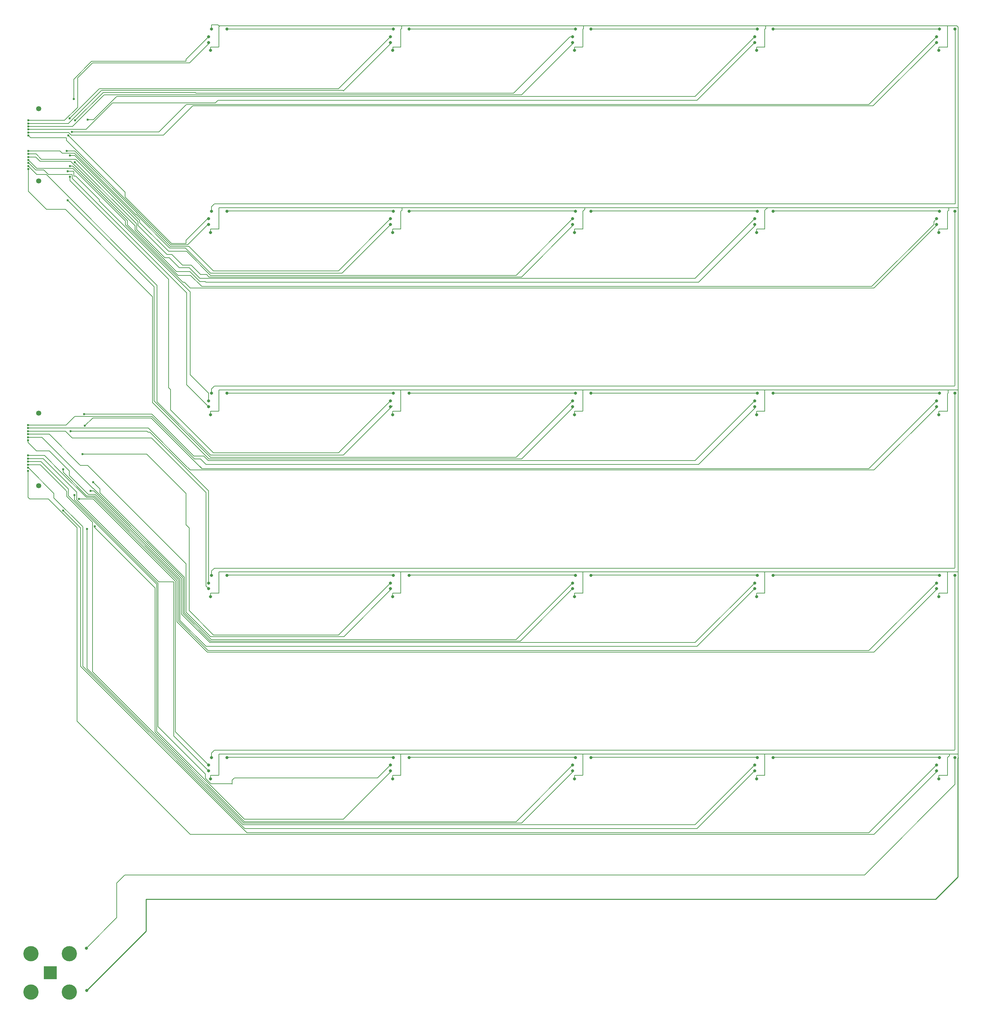
<source format=gbr>
%TF.GenerationSoftware,KiCad,Pcbnew,8.0.2-1*%
%TF.CreationDate,2024-06-21T16:09:21-04:00*%
%TF.ProjectId,OddLayers_3.0mm_SiPM,4f64644c-6179-4657-9273-5f332e306d6d,rev?*%
%TF.SameCoordinates,Original*%
%TF.FileFunction,Copper,L2,Bot*%
%TF.FilePolarity,Positive*%
%FSLAX46Y46*%
G04 Gerber Fmt 4.6, Leading zero omitted, Abs format (unit mm)*
G04 Created by KiCad (PCBNEW 8.0.2-1) date 2024-06-21 16:09:21*
%MOMM*%
%LPD*%
G01*
G04 APERTURE LIST*
%TA.AperFunction,ComponentPad*%
%ADD10C,0.800000*%
%TD*%
%TA.AperFunction,ComponentPad*%
%ADD11C,1.348000*%
%TD*%
%TA.AperFunction,ComponentPad*%
%ADD12R,3.500000X3.500000*%
%TD*%
%TA.AperFunction,ComponentPad*%
%ADD13C,4.000000*%
%TD*%
%TA.AperFunction,ViaPad*%
%ADD14C,0.800000*%
%TD*%
%TA.AperFunction,ViaPad*%
%ADD15C,0.600000*%
%TD*%
%TA.AperFunction,Conductor*%
%ADD16C,0.200000*%
%TD*%
%TA.AperFunction,Conductor*%
%ADD17C,0.250000*%
%TD*%
G04 APERTURE END LIST*
D10*
%TO.P,REF\u002A\u002A34,5*%
%TO.N,N/C*%
X296550000Y-165250000D03*
%TO.P,REF\u002A\u002A34,6*%
X300650000Y-165250000D03*
%TO.P,REF\u002A\u002A34,7*%
%TO.N,K14*%
X295800000Y-167250000D03*
%TO.P,REF\u002A\u002A34,8*%
%TO.N,A14*%
X295800000Y-168750000D03*
%TO.P,REF\u002A\u002A34,9*%
%TO.N,GND*%
X296350000Y-170850000D03*
%TD*%
%TO.P,REF\u002A\u002A40,5*%
%TO.N,N/C*%
X105350000Y-260850000D03*
%TO.P,REF\u002A\u002A40,6*%
X109450000Y-260850000D03*
%TO.P,REF\u002A\u002A40,7*%
%TO.N,K20*%
X104600000Y-262850000D03*
%TO.P,REF\u002A\u002A40,8*%
%TO.N,A20*%
X104600000Y-264350000D03*
%TO.P,REF\u002A\u002A40,9*%
%TO.N,GND*%
X105150000Y-266450000D03*
%TD*%
%TO.P,REF\u002A\u002A30,5*%
%TO.N,N/C*%
X105350000Y-165250000D03*
%TO.P,REF\u002A\u002A30,6*%
X109450000Y-165250000D03*
%TO.P,REF\u002A\u002A30,7*%
%TO.N,K10*%
X104600000Y-167250000D03*
%TO.P,REF\u002A\u002A30,8*%
%TO.N,A10*%
X104600000Y-168750000D03*
%TO.P,REF\u002A\u002A30,9*%
%TO.N,GND*%
X105150000Y-170850000D03*
%TD*%
%TO.P,REF\u002A\u002A24,5*%
%TO.N,N/C*%
X296550000Y-69650000D03*
%TO.P,REF\u002A\u002A24,6*%
X300650000Y-69650000D03*
%TO.P,REF\u002A\u002A24,7*%
%TO.N,K4*%
X295800000Y-71650000D03*
%TO.P,REF\u002A\u002A24,8*%
%TO.N,A4*%
X295800000Y-73150000D03*
%TO.P,REF\u002A\u002A24,9*%
%TO.N,GND*%
X296350000Y-75250000D03*
%TD*%
%TO.P,REF\u002A\u002A43,5*%
%TO.N,N/C*%
X248750000Y-260850000D03*
%TO.P,REF\u002A\u002A43,6*%
X252850000Y-260850000D03*
%TO.P,REF\u002A\u002A43,7*%
%TO.N,K23*%
X248000000Y-262850000D03*
%TO.P,REF\u002A\u002A43,8*%
%TO.N,A23*%
X248000000Y-264350000D03*
%TO.P,REF\u002A\u002A43,9*%
%TO.N,GND*%
X248550000Y-266450000D03*
%TD*%
%TO.P,REF\u002A\u002A38,5*%
%TO.N,N/C*%
X248750000Y-213050000D03*
%TO.P,REF\u002A\u002A38,6*%
X252850000Y-213050000D03*
%TO.P,REF\u002A\u002A38,7*%
%TO.N,K18*%
X248000000Y-215050000D03*
%TO.P,REF\u002A\u002A38,8*%
%TO.N,A18*%
X248000000Y-216550000D03*
%TO.P,REF\u002A\u002A38,9*%
%TO.N,GND*%
X248550000Y-218650000D03*
%TD*%
%TO.P,REF\u002A\u002A22,5*%
%TO.N,N/C*%
X200950000Y-69650000D03*
%TO.P,REF\u002A\u002A22,6*%
X205050000Y-69650000D03*
%TO.P,REF\u002A\u002A22,7*%
%TO.N,K2*%
X200200000Y-71650000D03*
%TO.P,REF\u002A\u002A22,8*%
%TO.N,A2*%
X200200000Y-73150000D03*
%TO.P,REF\u002A\u002A22,9*%
%TO.N,GND*%
X200750000Y-75250000D03*
%TD*%
%TO.P,REF\u002A\u002A28,5*%
%TO.N,N/C*%
X248750000Y-117450000D03*
%TO.P,REF\u002A\u002A28,6*%
X252850000Y-117450000D03*
%TO.P,REF\u002A\u002A28,7*%
%TO.N,K8*%
X248000000Y-119450000D03*
%TO.P,REF\u002A\u002A28,8*%
%TO.N,A8*%
X248000000Y-120950000D03*
%TO.P,REF\u002A\u002A28,9*%
%TO.N,GND*%
X248550000Y-123050000D03*
%TD*%
%TO.P,REF\u002A\u002A23,5*%
%TO.N,N/C*%
X248750000Y-69650000D03*
%TO.P,REF\u002A\u002A23,6*%
X252850000Y-69650000D03*
%TO.P,REF\u002A\u002A23,7*%
%TO.N,K3*%
X248000000Y-71650000D03*
%TO.P,REF\u002A\u002A23,8*%
%TO.N,A3*%
X248000000Y-73150000D03*
%TO.P,REF\u002A\u002A23,9*%
%TO.N,GND*%
X248550000Y-75250000D03*
%TD*%
%TO.P,REF\u002A\u002A32,5*%
%TO.N,N/C*%
X200950000Y-165250000D03*
%TO.P,REF\u002A\u002A32,6*%
X205050000Y-165250000D03*
%TO.P,REF\u002A\u002A32,7*%
%TO.N,K12*%
X200200000Y-167250000D03*
%TO.P,REF\u002A\u002A32,8*%
%TO.N,A12*%
X200200000Y-168750000D03*
%TO.P,REF\u002A\u002A32,9*%
%TO.N,GND*%
X200750000Y-170850000D03*
%TD*%
%TO.P,REF\u002A\u002A44,5*%
%TO.N,N/C*%
X296550000Y-260850000D03*
%TO.P,REF\u002A\u002A44,6*%
X300650000Y-260850000D03*
%TO.P,REF\u002A\u002A44,7*%
%TO.N,K24*%
X295800000Y-262850000D03*
%TO.P,REF\u002A\u002A44,8*%
%TO.N,A24*%
X295800000Y-264350000D03*
%TO.P,REF\u002A\u002A44,9*%
%TO.N,GND*%
X296350000Y-266450000D03*
%TD*%
%TO.P,REF\u002A\u002A26,5*%
%TO.N,N/C*%
X153150000Y-117450000D03*
%TO.P,REF\u002A\u002A26,6*%
X157250000Y-117450000D03*
%TO.P,REF\u002A\u002A26,7*%
%TO.N,K6*%
X152400000Y-119450000D03*
%TO.P,REF\u002A\u002A26,8*%
%TO.N,A6*%
X152400000Y-120950000D03*
%TO.P,REF\u002A\u002A26,9*%
%TO.N,GND*%
X152950000Y-123050000D03*
%TD*%
%TO.P,REF\u002A\u002A36,5*%
%TO.N,N/C*%
X153150000Y-213050000D03*
%TO.P,REF\u002A\u002A36,6*%
X157250000Y-213050000D03*
%TO.P,REF\u002A\u002A36,7*%
%TO.N,K16*%
X152400000Y-215050000D03*
%TO.P,REF\u002A\u002A36,8*%
%TO.N,A16*%
X152400000Y-216550000D03*
%TO.P,REF\u002A\u002A36,9*%
%TO.N,GND*%
X152950000Y-218650000D03*
%TD*%
%TO.P,REF\u002A\u002A20,5*%
%TO.N,GND*%
X105350000Y-69650000D03*
%TO.P,REF\u002A\u002A20,6*%
%TO.N,N/C*%
X109450000Y-69650000D03*
%TO.P,REF\u002A\u002A20,7*%
%TO.N,K0*%
X104600000Y-71650000D03*
%TO.P,REF\u002A\u002A20,8*%
%TO.N,A0*%
X104600000Y-73150000D03*
%TO.P,REF\u002A\u002A20,9*%
%TO.N,GND*%
X105150000Y-75250000D03*
%TD*%
%TO.P,REF\u002A\u002A25,5*%
%TO.N,N/C*%
X105350000Y-117450000D03*
%TO.P,REF\u002A\u002A25,6*%
X109450000Y-117450000D03*
%TO.P,REF\u002A\u002A25,7*%
%TO.N,K5*%
X104600000Y-119450000D03*
%TO.P,REF\u002A\u002A25,8*%
%TO.N,A5*%
X104600000Y-120950000D03*
%TO.P,REF\u002A\u002A25,9*%
%TO.N,GND*%
X105150000Y-123050000D03*
%TD*%
%TO.P,REF\u002A\u002A37,5*%
%TO.N,N/C*%
X200950000Y-213050000D03*
%TO.P,REF\u002A\u002A37,6*%
X205050000Y-213050000D03*
%TO.P,REF\u002A\u002A37,7*%
%TO.N,K17*%
X200200000Y-215050000D03*
%TO.P,REF\u002A\u002A37,8*%
%TO.N,A17*%
X200200000Y-216550000D03*
%TO.P,REF\u002A\u002A37,9*%
%TO.N,GND*%
X200750000Y-218650000D03*
%TD*%
%TO.P,REF\u002A\u002A31,5*%
%TO.N,N/C*%
X153150000Y-165250000D03*
%TO.P,REF\u002A\u002A31,6*%
X157250000Y-165250000D03*
%TO.P,REF\u002A\u002A31,7*%
%TO.N,K11*%
X152400000Y-167250000D03*
%TO.P,REF\u002A\u002A31,8*%
%TO.N,A11*%
X152400000Y-168750000D03*
%TO.P,REF\u002A\u002A31,9*%
%TO.N,GND*%
X152950000Y-170850000D03*
%TD*%
%TO.P,REF\u002A\u002A27,5*%
%TO.N,N/C*%
X200950000Y-117450000D03*
%TO.P,REF\u002A\u002A27,6*%
X205050000Y-117450000D03*
%TO.P,REF\u002A\u002A27,7*%
%TO.N,K7*%
X200200000Y-119450000D03*
%TO.P,REF\u002A\u002A27,8*%
%TO.N,A7*%
X200200000Y-120950000D03*
%TO.P,REF\u002A\u002A27,9*%
%TO.N,GND*%
X200750000Y-123050000D03*
%TD*%
%TO.P,REF\u002A\u002A41,5*%
%TO.N,N/C*%
X153150000Y-260850000D03*
%TO.P,REF\u002A\u002A41,6*%
X157250000Y-260850000D03*
%TO.P,REF\u002A\u002A41,7*%
%TO.N,K21*%
X152400000Y-262850000D03*
%TO.P,REF\u002A\u002A41,8*%
%TO.N,A21*%
X152400000Y-264350000D03*
%TO.P,REF\u002A\u002A41,9*%
%TO.N,GND*%
X152950000Y-266450000D03*
%TD*%
%TO.P,REF\u002A\u002A29,5*%
%TO.N,N/C*%
X296550000Y-117450000D03*
%TO.P,REF\u002A\u002A29,6*%
X300650000Y-117450000D03*
%TO.P,REF\u002A\u002A29,7*%
%TO.N,K9*%
X295800000Y-119450000D03*
%TO.P,REF\u002A\u002A29,8*%
%TO.N,A9*%
X295800000Y-120950000D03*
%TO.P,REF\u002A\u002A29,9*%
%TO.N,GND*%
X296350000Y-123050000D03*
%TD*%
%TO.P,REF\u002A\u002A21,5*%
%TO.N,N/C*%
X153150000Y-69650000D03*
%TO.P,REF\u002A\u002A21,6*%
X157250000Y-69650000D03*
%TO.P,REF\u002A\u002A21,7*%
%TO.N,K1*%
X152400000Y-71650000D03*
%TO.P,REF\u002A\u002A21,8*%
%TO.N,A1*%
X152400000Y-73150000D03*
%TO.P,REF\u002A\u002A21,9*%
%TO.N,GND*%
X152950000Y-75250000D03*
%TD*%
%TO.P,REF\u002A\u002A42,5*%
%TO.N,N/C*%
X200950000Y-260850000D03*
%TO.P,REF\u002A\u002A42,6*%
X205050000Y-260850000D03*
%TO.P,REF\u002A\u002A42,7*%
%TO.N,K22*%
X200200000Y-262850000D03*
%TO.P,REF\u002A\u002A42,8*%
%TO.N,A22*%
X200200000Y-264350000D03*
%TO.P,REF\u002A\u002A42,9*%
%TO.N,GND*%
X200750000Y-266450000D03*
%TD*%
%TO.P,REF\u002A\u002A35,5*%
%TO.N,N/C*%
X105350000Y-213050000D03*
%TO.P,REF\u002A\u002A35,6*%
X109450000Y-213050000D03*
%TO.P,REF\u002A\u002A35,7*%
%TO.N,K15*%
X104600000Y-215050000D03*
%TO.P,REF\u002A\u002A35,8*%
%TO.N,A15*%
X104600000Y-216550000D03*
%TO.P,REF\u002A\u002A35,9*%
%TO.N,GND*%
X105150000Y-218650000D03*
%TD*%
%TO.P,REF\u002A\u002A39,5*%
%TO.N,N/C*%
X296550000Y-213050000D03*
%TO.P,REF\u002A\u002A39,6*%
X300650000Y-213050000D03*
%TO.P,REF\u002A\u002A39,7*%
%TO.N,K19*%
X295800000Y-215050000D03*
%TO.P,REF\u002A\u002A39,8*%
%TO.N,A19*%
X295800000Y-216550000D03*
%TO.P,REF\u002A\u002A39,9*%
%TO.N,GND*%
X296350000Y-218650000D03*
%TD*%
%TO.P,REF\u002A\u002A33,5*%
%TO.N,N/C*%
X248750000Y-165250000D03*
%TO.P,REF\u002A\u002A33,6*%
X252850000Y-165250000D03*
%TO.P,REF\u002A\u002A33,7*%
%TO.N,K13*%
X248000000Y-167250000D03*
%TO.P,REF\u002A\u002A33,8*%
%TO.N,A13*%
X248000000Y-168750000D03*
%TO.P,REF\u002A\u002A33,9*%
%TO.N,GND*%
X248550000Y-170850000D03*
%TD*%
D11*
%TO.P,REF\u002A\u002A,S1*%
%TO.N,N/C*%
X60000000Y-90505000D03*
%TO.P,REF\u002A\u002A,S2*%
X60000000Y-109495000D03*
%TD*%
%TO.P,REF\u002A\u002A,S1*%
%TO.N,N/C*%
X60000000Y-170505000D03*
%TO.P,REF\u002A\u002A,S2*%
X60000000Y-189495000D03*
%TD*%
D12*
%TO.P,LEDs,1*%
%TO.N,N/C*%
X63000000Y-317400000D03*
D13*
%TO.P,LEDs,2*%
%TO.N,GND*%
X57975000Y-322425000D03*
X68025000Y-322425000D03*
X57975000Y-312375000D03*
X68025000Y-312375000D03*
%TD*%
D14*
%TO.N,*%
X72500000Y-310900000D03*
%TO.N,GND*%
X72600000Y-322000000D03*
D15*
%TO.N,K0*%
X69200000Y-88000000D03*
%TO.N,A0*%
X57250000Y-93600000D03*
%TO.N,K1*%
X68124265Y-93124265D03*
%TO.N,A1*%
X57250000Y-94400000D03*
%TO.N,K2*%
X69600000Y-93600000D03*
%TO.N,A2*%
X57250000Y-95200000D03*
%TO.N,K3*%
X72900000Y-93400000D03*
%TO.N,A3*%
X57250000Y-96000000D03*
%TO.N,K4*%
X68700000Y-96600000D03*
%TO.N,A4*%
X57250000Y-96800000D03*
%TO.N,K5*%
X67800000Y-97600000D03*
%TO.N,A5*%
X57250000Y-97600000D03*
%TO.N,K6*%
X67400000Y-101600000D03*
%TO.N,A6*%
X57250000Y-101600000D03*
%TO.N,K7*%
X68200000Y-102800000D03*
%TO.N,A7*%
X57250000Y-102400000D03*
%TO.N,K8*%
X69500000Y-104600000D03*
%TO.N,A8*%
X57250000Y-103200000D03*
%TO.N,K9*%
X68200000Y-105600000D03*
%TO.N,A9*%
X57250000Y-104000000D03*
%TO.N,A10*%
X57250000Y-104800000D03*
%TO.N,K10*%
X67600000Y-107000000D03*
%TO.N,A11*%
X57250000Y-105600000D03*
%TO.N,K11*%
X68200000Y-108400000D03*
%TO.N,A12*%
X57250000Y-106400000D03*
%TO.N,K12*%
X67600000Y-114600000D03*
%TO.N,K14*%
X72100000Y-173800000D03*
%TO.N,A14*%
X57200000Y-174400000D03*
%TO.N,K13*%
X71900000Y-170700000D03*
%TO.N,A13*%
X57200000Y-173600000D03*
%TO.N,K15*%
X68400000Y-175200000D03*
%TO.N,A15*%
X57200000Y-175200000D03*
%TO.N,K16*%
X71500000Y-181200000D03*
%TO.N,A16*%
X57200000Y-176000000D03*
%TO.N,K17*%
X74300000Y-188600000D03*
%TO.N,A17*%
X57200000Y-176800000D03*
%TO.N,K18*%
X73600000Y-190900000D03*
%TO.N,A18*%
X57200000Y-177600000D03*
%TO.N,K19*%
X66400000Y-185200000D03*
%TO.N,A19*%
X57200000Y-181600000D03*
%TO.N,K20*%
X70600000Y-193000000D03*
%TO.N,A20*%
X57200000Y-182400000D03*
%TO.N,K21*%
X69400000Y-192000000D03*
%TO.N,A21*%
X57200000Y-183200000D03*
%TO.N,K22*%
X74700000Y-200150000D03*
%TO.N,A22*%
X57200000Y-184000000D03*
%TO.N,K23*%
X72723904Y-200824274D03*
%TO.N,A23*%
X57200000Y-184800000D03*
%TO.N,K24*%
X66400000Y-196000000D03*
%TO.N,A24*%
X57200000Y-185600000D03*
%TD*%
D16*
%TO.N,*%
X300650000Y-260850000D02*
X300650000Y-267950000D01*
X300650000Y-267950000D02*
X276900000Y-291700000D01*
X276900000Y-291700000D02*
X82600000Y-291700000D01*
X82600000Y-291700000D02*
X80500000Y-293800000D01*
X80500000Y-293800000D02*
X80500000Y-302900000D01*
X80500000Y-302900000D02*
X72500000Y-310900000D01*
%TO.N,GND*%
X250700000Y-259950000D02*
X299200000Y-259950000D01*
X299200000Y-259950000D02*
X301500000Y-259950000D01*
X298700000Y-260900000D02*
X299200000Y-260400000D01*
X299200000Y-260400000D02*
X299200000Y-259950000D01*
X248550000Y-266450000D02*
X248550000Y-265550000D01*
X250700000Y-265500000D02*
X250700000Y-259950000D01*
X248550000Y-265550000D02*
X250650000Y-265550000D01*
X250650000Y-265550000D02*
X250700000Y-265500000D01*
X202900000Y-265500000D02*
X202900000Y-259950000D01*
X202900000Y-259950000D02*
X250900000Y-259950000D01*
X155100000Y-265500000D02*
X155100000Y-259950000D01*
X155100000Y-259950000D02*
X203100000Y-259950000D01*
X155300000Y-259950000D02*
X107300000Y-259950000D01*
X107300000Y-259950000D02*
X107300000Y-265500000D01*
X107300000Y-217700000D02*
X107300000Y-212150000D01*
X107300000Y-212150000D02*
X155300000Y-212150000D01*
X105150000Y-218650000D02*
X105150000Y-217750000D01*
X152950000Y-218650000D02*
X152950000Y-217750000D01*
X155100000Y-217700000D02*
X155100000Y-212150000D01*
X155100000Y-212150000D02*
X203100000Y-212150000D01*
X200750000Y-218650000D02*
X200750000Y-217750000D01*
X250900000Y-212150000D02*
X202900000Y-212150000D01*
X202900000Y-212150000D02*
X202900000Y-217700000D01*
X250700000Y-217700000D02*
X250700000Y-212150000D01*
X250700000Y-212150000D02*
X298700000Y-212150000D01*
X248550000Y-218650000D02*
X248550000Y-217750000D01*
X296400000Y-217750000D02*
X298650000Y-217750000D01*
X298650000Y-217750000D02*
X298700000Y-217700000D01*
X298700000Y-217700000D02*
X298700000Y-212150000D01*
X296350000Y-217750000D02*
X296400000Y-217750000D01*
X296350000Y-218650000D02*
X296350000Y-217800000D01*
X296350000Y-217800000D02*
X296400000Y-217750000D01*
X296350000Y-170850000D02*
X296350000Y-169950000D01*
X250700000Y-164350000D02*
X298800000Y-164350000D01*
X298800000Y-164350000D02*
X301500000Y-164350000D01*
X298700000Y-165300000D02*
X298800000Y-165200000D01*
X298800000Y-165200000D02*
X298800000Y-164350000D01*
X248550000Y-170850000D02*
X248550000Y-169950000D01*
X248550000Y-169950000D02*
X250650000Y-169950000D01*
X250700000Y-169900000D02*
X250700000Y-164350000D01*
X250650000Y-169950000D02*
X250700000Y-169900000D01*
X202900000Y-169900000D02*
X202900000Y-164350000D01*
X202900000Y-164350000D02*
X250900000Y-164350000D01*
X200750000Y-170850000D02*
X200750000Y-169950000D01*
X155100000Y-169900000D02*
X155100000Y-164350000D01*
X155100000Y-164350000D02*
X203100000Y-164350000D01*
X152950000Y-170850000D02*
X152950000Y-169950000D01*
X155300000Y-164350000D02*
X107300000Y-164350000D01*
X107300000Y-164350000D02*
X107300000Y-169900000D01*
X105150000Y-170850000D02*
X105150000Y-169950000D01*
X107300000Y-122100000D02*
X107300000Y-116550000D01*
X107300000Y-116550000D02*
X155300000Y-116550000D01*
X105150000Y-123050000D02*
X105150000Y-122150000D01*
X152950000Y-122150000D02*
X152950000Y-123050000D01*
X203100000Y-116550000D02*
X155400000Y-116550000D01*
X155100000Y-117500000D02*
X155400000Y-117200000D01*
X155400000Y-116550000D02*
X155100000Y-116550000D01*
X155400000Y-117200000D02*
X155400000Y-116550000D01*
X250900000Y-116550000D02*
X203400000Y-116550000D01*
X203400000Y-116550000D02*
X202900000Y-116550000D01*
X202900000Y-117500000D02*
X203400000Y-117000000D01*
X203400000Y-117000000D02*
X203400000Y-116550000D01*
X200750000Y-123050000D02*
X200750000Y-122150000D01*
X298700000Y-116550000D02*
X251400000Y-116550000D01*
X251400000Y-116550000D02*
X250700000Y-116550000D01*
X250700000Y-122100000D02*
X250700000Y-117250000D01*
X250700000Y-117250000D02*
X251400000Y-116550000D01*
X248550000Y-122150000D02*
X248550000Y-123050000D01*
X301500000Y-116550000D02*
X299000000Y-116550000D01*
X299000000Y-116550000D02*
X298700000Y-116550000D01*
X298700000Y-117500000D02*
X299000000Y-117200000D01*
X299000000Y-117200000D02*
X299000000Y-116550000D01*
X296350000Y-122150000D02*
X296350000Y-123050000D01*
X298700000Y-68750000D02*
X301150000Y-68750000D01*
X301150000Y-68750000D02*
X301500000Y-69100000D01*
X301500000Y-69100000D02*
X301500000Y-260900000D01*
X296350000Y-75250000D02*
X296350000Y-74350000D01*
X296350000Y-74350000D02*
X298650000Y-74350000D01*
X298650000Y-74350000D02*
X298700000Y-74300000D01*
X298700000Y-74300000D02*
X298700000Y-68750000D01*
X250700000Y-69700000D02*
X250900000Y-69500000D01*
X250900000Y-69500000D02*
X250900000Y-68750000D01*
X248550000Y-74350000D02*
X248550000Y-75250000D01*
X105150000Y-75250000D02*
X105150000Y-74350000D01*
X153000000Y-74350000D02*
X152950000Y-74350000D01*
X153000000Y-75200000D02*
X152950000Y-75250000D01*
X155050000Y-74350000D02*
X153000000Y-74350000D01*
X153000000Y-74350000D02*
X153000000Y-75200000D01*
X200750000Y-74350000D02*
X200750000Y-75250000D01*
X202900000Y-69700000D02*
X203100000Y-69500000D01*
X203100000Y-69500000D02*
X203100000Y-68750000D01*
X155100000Y-69700000D02*
X155300000Y-69500000D01*
X155300000Y-69500000D02*
X155300000Y-68750000D01*
X155300000Y-68750000D02*
X107600000Y-68750000D01*
X107600000Y-68750000D02*
X107300000Y-68750000D01*
X107300000Y-69050000D02*
X107600000Y-68750000D01*
X107300000Y-74300000D02*
X107300000Y-69050000D01*
X105350000Y-68500000D02*
X107050000Y-68500000D01*
X107050000Y-68500000D02*
X107300000Y-68750000D01*
X296350000Y-265550000D02*
X296350000Y-266450000D01*
X200750000Y-265550000D02*
X200750000Y-266450000D01*
X152950000Y-265550000D02*
X152950000Y-266450000D01*
X105150000Y-266450000D02*
X105150000Y-265550000D01*
%TO.N,K21*%
X110767157Y-267767157D02*
X110800000Y-267800000D01*
X103805025Y-266339339D02*
X105232843Y-267767157D01*
X105232843Y-267767157D02*
X110767157Y-267767157D01*
X91345587Y-252735537D02*
X103805025Y-265194975D01*
X111400000Y-266250000D02*
X149000000Y-266250000D01*
X110800000Y-266850000D02*
X111400000Y-266250000D01*
X103805025Y-265194975D02*
X103805025Y-266339339D01*
X110800000Y-267800000D02*
X110800000Y-266850000D01*
%TO.N,*%
X106100000Y-211150000D02*
X300500000Y-211150000D01*
X109450000Y-260800000D02*
X153150000Y-260800000D01*
X205050000Y-69600000D02*
X248750000Y-69600000D01*
X300650000Y-117400000D02*
X300650000Y-163200000D01*
X106100000Y-163350000D02*
X300500000Y-163350000D01*
X109450000Y-165200000D02*
X153150000Y-165200000D01*
X157250000Y-117400000D02*
X200950000Y-117400000D01*
X300700000Y-115550000D02*
X106100000Y-115550000D01*
X252850000Y-117400000D02*
X296550000Y-117400000D01*
X157250000Y-260800000D02*
X200950000Y-260800000D01*
X109450000Y-213000000D02*
X153150000Y-213000000D01*
X252850000Y-260800000D02*
X296550000Y-260800000D01*
X205050000Y-117400000D02*
X248750000Y-117400000D01*
X105350000Y-165200000D02*
X105350000Y-164100000D01*
X157250000Y-213000000D02*
X200950000Y-213000000D01*
X252850000Y-165200000D02*
X296550000Y-165200000D01*
X105350000Y-260800000D02*
X105350000Y-259700000D01*
X252850000Y-69600000D02*
X296550000Y-69600000D01*
X105350000Y-211900000D02*
X106100000Y-211150000D01*
X105350000Y-213000000D02*
X105350000Y-211900000D01*
X205050000Y-260800000D02*
X248750000Y-260800000D01*
X300650000Y-211000000D02*
X300500000Y-211150000D01*
X105350000Y-164100000D02*
X106100000Y-163350000D01*
X105350000Y-116300000D02*
X105350000Y-117400000D01*
X300700000Y-69650000D02*
X300700000Y-115550000D01*
X205050000Y-213000000D02*
X248750000Y-213000000D01*
X300650000Y-213000000D02*
X300650000Y-258800000D01*
X109450000Y-69600000D02*
X153150000Y-69600000D01*
X300650000Y-163200000D02*
X300500000Y-163350000D01*
X105350000Y-259700000D02*
X106100000Y-258950000D01*
X300650000Y-258800000D02*
X300500000Y-258950000D01*
X300650000Y-165200000D02*
X300650000Y-211000000D01*
X300650000Y-69600000D02*
X300700000Y-69650000D01*
X106100000Y-258950000D02*
X300500000Y-258950000D01*
X157250000Y-69600000D02*
X200950000Y-69600000D01*
X157250000Y-165200000D02*
X200950000Y-165200000D01*
X109450000Y-117400000D02*
X153150000Y-117400000D01*
X106100000Y-115550000D02*
X105350000Y-116300000D01*
X252850000Y-213000000D02*
X296550000Y-213000000D01*
X205050000Y-165200000D02*
X248750000Y-165200000D01*
%TO.N,GND*%
X298650000Y-169950000D02*
X298700000Y-169900000D01*
X298700000Y-122100000D02*
X298700000Y-117500000D01*
D17*
X88200000Y-298100000D02*
X295500000Y-298100000D01*
D16*
X250650000Y-122150000D02*
X248550000Y-122150000D01*
X155050000Y-122150000D02*
X152950000Y-122150000D01*
X250700000Y-69700000D02*
X250700000Y-74300000D01*
X202850000Y-74350000D02*
X200750000Y-74350000D01*
D17*
X301375000Y-292225000D02*
X301375000Y-261025000D01*
D16*
X155050000Y-217750000D02*
X152950000Y-217750000D01*
X202900000Y-69700000D02*
X202900000Y-74300000D01*
X203100000Y-68750000D02*
X155100000Y-68750000D01*
X301500000Y-212150000D02*
X298700000Y-212150000D01*
X105350000Y-69600000D02*
X105350000Y-68500000D01*
X107250000Y-169950000D02*
X105150000Y-169950000D01*
D17*
X295500000Y-298100000D02*
X301375000Y-292225000D01*
D16*
X298700000Y-265500000D02*
X298700000Y-260900000D01*
X107250000Y-217750000D02*
X105150000Y-217750000D01*
X107250000Y-122150000D02*
X105150000Y-122150000D01*
X155100000Y-69700000D02*
X155100000Y-74300000D01*
X155100000Y-117500000D02*
X155100000Y-122100000D01*
D17*
X88200000Y-306400000D02*
X72600000Y-322000000D01*
X88200000Y-298100000D02*
X88200000Y-306400000D01*
D16*
X298650000Y-265550000D02*
X298700000Y-265500000D01*
X250650000Y-217750000D02*
X248550000Y-217750000D01*
X296350000Y-122150000D02*
X298650000Y-122150000D01*
X298700000Y-169900000D02*
X298700000Y-165300000D01*
X202900000Y-117500000D02*
X202900000Y-122100000D01*
X202850000Y-122150000D02*
X200750000Y-122150000D01*
X202850000Y-217750000D02*
X200750000Y-217750000D01*
D17*
X301375000Y-261025000D02*
X301500000Y-260900000D01*
D16*
X298650000Y-122150000D02*
X298700000Y-122100000D01*
X107250000Y-265550000D02*
X105150000Y-265550000D01*
X202850000Y-169950000D02*
X200750000Y-169950000D01*
X296350000Y-265550000D02*
X298650000Y-265550000D01*
X155050000Y-169950000D02*
X152950000Y-169950000D01*
X250650000Y-74350000D02*
X248550000Y-74350000D01*
X107250000Y-74350000D02*
X105150000Y-74350000D01*
X155050000Y-265550000D02*
X152950000Y-265550000D01*
X202850000Y-265550000D02*
X200750000Y-265550000D01*
X296350000Y-169950000D02*
X298650000Y-169950000D01*
X250700000Y-74300000D02*
X250650000Y-74350000D01*
X250900000Y-68750000D02*
X202900000Y-68750000D01*
X298700000Y-68750000D02*
X250700000Y-68750000D01*
%TO.N,K0*%
X73900000Y-78100000D02*
X69200000Y-82800000D01*
X104600000Y-71650000D02*
X98700000Y-77550000D01*
X98700000Y-77550000D02*
X98700000Y-78100000D01*
X69200000Y-82800000D02*
X69200000Y-88000000D01*
X98700000Y-78100000D02*
X73900000Y-78100000D01*
%TO.N,A0*%
X70200000Y-90200000D02*
X70200000Y-82400000D01*
X104600000Y-73500000D02*
X99600000Y-78500000D01*
X99600000Y-78500000D02*
X74100000Y-78500000D01*
X70200000Y-82400000D02*
X74100000Y-78500000D01*
X70200000Y-90200000D02*
X66800000Y-93600000D01*
X104600000Y-73150000D02*
X104600000Y-73500000D01*
X66800000Y-93600000D02*
X57250000Y-93600000D01*
%TO.N,K1*%
X75948530Y-85300000D02*
X68124265Y-93124265D01*
X152400000Y-71650000D02*
X138750000Y-85300000D01*
X138750000Y-85300000D02*
X75948530Y-85300000D01*
%TO.N,A1*%
X140000000Y-85900000D02*
X152400000Y-73500000D01*
X57250000Y-94400000D02*
X67765686Y-94400000D01*
X152400000Y-73500000D02*
X152400000Y-73150000D01*
X139800000Y-85700000D02*
X140000000Y-85900000D01*
X67765686Y-94400000D02*
X76465686Y-85700000D01*
X76465686Y-85700000D02*
X139800000Y-85700000D01*
%TO.N,K2*%
X76900000Y-86300000D02*
X69600000Y-93600000D01*
X200200000Y-71650000D02*
X199550000Y-71650000D01*
X101300000Y-86500000D02*
X101100000Y-86300000D01*
X199550000Y-71650000D02*
X184700000Y-86500000D01*
X101100000Y-86300000D02*
X76900000Y-86300000D01*
X184700000Y-86500000D02*
X101300000Y-86500000D01*
%TO.N,A2*%
X200200000Y-73150000D02*
X200200000Y-73500000D01*
X68848529Y-95200000D02*
X57250000Y-95200000D01*
X77148529Y-86900000D02*
X68848529Y-95200000D01*
X186800000Y-86900000D02*
X77148529Y-86900000D01*
X200200000Y-73500000D02*
X186800000Y-86900000D01*
%TO.N,K3*%
X232350000Y-87300000D02*
X248000000Y-71650000D01*
X72900000Y-93400000D02*
X74400000Y-93400000D01*
X74400000Y-93400000D02*
X80500000Y-87300000D01*
X80500000Y-87300000D02*
X232350000Y-87300000D01*
%TO.N,A3*%
X248000000Y-73150000D02*
X248000000Y-73200000D01*
X79400000Y-89000000D02*
X72400000Y-96000000D01*
X106400000Y-89000000D02*
X79400000Y-89000000D01*
X232900000Y-88300000D02*
X107100000Y-88300000D01*
X248000000Y-73200000D02*
X232900000Y-88300000D01*
X107100000Y-88300000D02*
X106400000Y-89000000D01*
X248200000Y-72950000D02*
X248000000Y-73150000D01*
X72400000Y-96000000D02*
X57250000Y-96000000D01*
%TO.N,K4*%
X68700000Y-96600000D02*
X91600000Y-96600000D01*
X98800000Y-89400000D02*
X278000000Y-89400000D01*
X91600000Y-96600000D02*
X98800000Y-89400000D01*
X295750000Y-71650000D02*
X295800000Y-71650000D01*
X278000000Y-89400000D02*
X295750000Y-71650000D01*
%TO.N,A4*%
X92800000Y-97500000D02*
X68548529Y-97500000D01*
X279150000Y-89800000D02*
X100500000Y-89800000D01*
X100500000Y-89800000D02*
X92800000Y-97500000D01*
X68548529Y-97500000D02*
X67848529Y-96800000D01*
X67848529Y-96800000D02*
X57250000Y-96800000D01*
X295800000Y-73150000D02*
X279150000Y-89800000D01*
%TO.N,K5*%
X98700000Y-125900000D02*
X94900000Y-125900000D01*
X98700000Y-125100000D02*
X98700000Y-125900000D01*
X94900000Y-125900000D02*
X82700000Y-113700000D01*
X104350000Y-119450000D02*
X98700000Y-125100000D01*
X104600000Y-119450000D02*
X104350000Y-119450000D01*
X67800000Y-97600000D02*
X82700000Y-112500000D01*
X82700000Y-112500000D02*
X82700000Y-113700000D01*
%TO.N,A5*%
X57850000Y-98200000D02*
X57250000Y-97600000D01*
X67300000Y-98200000D02*
X67300000Y-98865686D01*
X104465686Y-120950000D02*
X104600000Y-120950000D01*
X67300000Y-98865686D02*
X94734314Y-126300000D01*
X67300000Y-98200000D02*
X57850000Y-98200000D01*
X99115686Y-126300000D02*
X104465686Y-120950000D01*
X94734314Y-126300000D02*
X99115686Y-126300000D01*
%TO.N,K6*%
X67400000Y-101600000D02*
X69468628Y-101600000D01*
X99281372Y-126700000D02*
X94568628Y-126700000D01*
X94568628Y-126700000D02*
X85768628Y-117900000D01*
X152400000Y-119450000D02*
X138750000Y-133100000D01*
X69468628Y-101600000D02*
X85884314Y-118015686D01*
X105900000Y-133100000D02*
X99390686Y-126590686D01*
X99390686Y-126590686D02*
X99281372Y-126700000D01*
X138750000Y-133100000D02*
X105900000Y-133100000D01*
%TO.N,A6*%
X105100000Y-133700000D02*
X98500000Y-127100000D01*
X94402942Y-127100000D02*
X85701471Y-118398529D01*
X66200000Y-102200000D02*
X65600000Y-101600000D01*
X98500000Y-127100000D02*
X94402942Y-127100000D01*
X152600000Y-120750000D02*
X139650000Y-133700000D01*
X65600000Y-101600000D02*
X57250000Y-101600000D01*
X69400000Y-102200000D02*
X66200000Y-102200000D01*
X139650000Y-133700000D02*
X105100000Y-133700000D01*
X85598529Y-118398529D02*
X69400000Y-102200000D01*
X85701471Y-118398529D02*
X85598529Y-118398529D01*
X85701471Y-118398529D02*
X85602942Y-118300000D01*
%TO.N,K7*%
X105134314Y-134300000D02*
X98817157Y-127982843D01*
X69434314Y-102800000D02*
X68200000Y-102800000D01*
X200200000Y-119450000D02*
X185350000Y-134300000D01*
X185350000Y-134300000D02*
X105134314Y-134300000D01*
X98817157Y-127982843D02*
X94082843Y-127982843D01*
X86500000Y-119865686D02*
X69434314Y-102800000D01*
X86500000Y-120400000D02*
X86500000Y-119865686D01*
X94082843Y-127982843D02*
X86500000Y-120400000D01*
%TO.N,A7*%
X60698529Y-103800000D02*
X59298529Y-102400000D01*
X104700000Y-134700000D02*
X104100000Y-134100000D01*
X200200000Y-120950000D02*
X200200000Y-121300000D01*
X104100000Y-134100000D02*
X102500000Y-134100000D01*
X186800000Y-134700000D02*
X104700000Y-134700000D01*
X102500000Y-134100000D02*
X100017157Y-131617157D01*
X86100000Y-121217157D02*
X86100000Y-120200000D01*
X100017157Y-131617157D02*
X97782843Y-131617157D01*
X69700000Y-103800000D02*
X60698529Y-103800000D01*
X200200000Y-121300000D02*
X186800000Y-134700000D01*
X86100000Y-120200000D02*
X69700000Y-103800000D01*
X93700000Y-128817157D02*
X86100000Y-121217157D01*
X94982843Y-128817157D02*
X93700000Y-128817157D01*
X59298529Y-102400000D02*
X57250000Y-102400000D01*
X97782843Y-131617157D02*
X94982843Y-128817157D01*
%TO.N,K8*%
X248000000Y-119450000D02*
X232350000Y-135100000D01*
X96900000Y-132300000D02*
X94300000Y-129700000D01*
X99500000Y-132300000D02*
X96900000Y-132300000D01*
X232350000Y-135100000D02*
X102300000Y-135100000D01*
X94300000Y-129700000D02*
X93100000Y-129700000D01*
X85700000Y-122300000D02*
X85700000Y-120800000D01*
X102300000Y-135100000D02*
X99500000Y-132300000D01*
X93100000Y-129700000D02*
X85700000Y-122300000D01*
X85700000Y-120800000D02*
X69500000Y-104600000D01*
%TO.N,A8*%
X103900000Y-136100000D02*
X233300000Y-136100000D01*
X85300000Y-121300000D02*
X85300000Y-122465686D01*
X59200000Y-103200000D02*
X60351471Y-104351471D01*
X102300000Y-135900000D02*
X103700000Y-135900000D01*
X85300000Y-122465686D02*
X96134314Y-133300000D01*
X233300000Y-136100000D02*
X248000000Y-121400000D01*
X103700000Y-135900000D02*
X103900000Y-136100000D01*
X68351471Y-104351471D02*
X85300000Y-121300000D01*
X57250000Y-103200000D02*
X59200000Y-103200000D01*
X96134314Y-133300000D02*
X99700000Y-133300000D01*
X99700000Y-133300000D02*
X102300000Y-135900000D01*
X248000000Y-121400000D02*
X248000000Y-120950000D01*
X60351471Y-104351471D02*
X68351471Y-104351471D01*
%TO.N,K9*%
X83300000Y-119900000D02*
X69000000Y-105600000D01*
X295100000Y-120900000D02*
X278800000Y-137200000D01*
X83300000Y-121031372D02*
X83300000Y-119900000D01*
X102800000Y-137200000D02*
X99900000Y-134300000D01*
X99900000Y-134300000D02*
X96568628Y-134300000D01*
X295800000Y-119450000D02*
X295100000Y-120150000D01*
X295100000Y-120150000D02*
X295100000Y-120900000D01*
X69000000Y-105600000D02*
X68200000Y-105600000D01*
X278800000Y-137200000D02*
X102800000Y-137200000D01*
X96568628Y-134300000D02*
X83300000Y-121031372D01*
%TO.N,A9*%
X82765685Y-121062743D02*
X97802942Y-136100000D01*
X97802942Y-136100000D02*
X98300000Y-136100000D01*
X57298529Y-104000000D02*
X57250000Y-104000000D01*
X99800000Y-137600000D02*
X98300000Y-136100000D01*
X295800000Y-120950000D02*
X295800000Y-121200000D01*
X82765685Y-120000000D02*
X68965685Y-106200000D01*
X59498529Y-106200000D02*
X57298529Y-104000000D01*
X68965685Y-106200000D02*
X59498529Y-106200000D01*
X82765685Y-120000000D02*
X82765685Y-121062743D01*
X279400000Y-137600000D02*
X99800000Y-137600000D01*
X295800000Y-121200000D02*
X279400000Y-137600000D01*
%TO.N,A10*%
X68800000Y-107800000D02*
X62565686Y-107800000D01*
X61365686Y-106600000D02*
X59200000Y-106600000D01*
X98875000Y-163025000D02*
X98875000Y-138875000D01*
X59200000Y-106600000D02*
X57400000Y-104800000D01*
X62565686Y-107800000D02*
X61365686Y-106600000D01*
X104600000Y-168750000D02*
X98875000Y-163025000D01*
X104600000Y-168750000D02*
X104600000Y-169100000D01*
X57400000Y-104800000D02*
X57250000Y-104800000D01*
X98875000Y-138875000D02*
X68800000Y-108800000D01*
X68800000Y-108800000D02*
X68800000Y-107800000D01*
%TO.N,K10*%
X99800000Y-160434314D02*
X104600000Y-165234314D01*
X67600000Y-107000000D02*
X69200000Y-107000000D01*
X104600000Y-165234314D02*
X104600000Y-167250000D01*
X75900000Y-114762744D02*
X99800000Y-138662744D01*
X69700000Y-108200000D02*
X75900000Y-114400000D01*
X69200000Y-108200000D02*
X69700000Y-108200000D01*
X75900000Y-114400000D02*
X75900000Y-114762744D01*
X99800000Y-138662744D02*
X99800000Y-160434314D01*
X69200000Y-107000000D02*
X69200000Y-108200000D01*
%TO.N,A11*%
X57298529Y-105600000D02*
X59498529Y-107800000D01*
X57250000Y-105600000D02*
X57298529Y-105600000D01*
X91100000Y-167500000D02*
X105100000Y-181500000D01*
X105100000Y-181500000D02*
X140000000Y-181500000D01*
X62000000Y-107800000D02*
X91100000Y-136900000D01*
X59498529Y-107800000D02*
X62000000Y-107800000D01*
X91100000Y-136900000D02*
X91100000Y-167500000D01*
X140000000Y-181500000D02*
X152950000Y-168550000D01*
%TO.N,K11*%
X94100000Y-135300000D02*
X68200000Y-109400000D01*
X68200000Y-109400000D02*
X68200000Y-108400000D01*
X94600000Y-169600000D02*
X94600000Y-164300000D01*
X152150000Y-167500000D02*
X138750000Y-180900000D01*
X138750000Y-180900000D02*
X105900000Y-180900000D01*
X94600000Y-164300000D02*
X94100000Y-163800000D01*
X105900000Y-180900000D02*
X94600000Y-169600000D01*
X94100000Y-163800000D02*
X94100000Y-135300000D01*
%TO.N,A12*%
X62000000Y-117000000D02*
X57250000Y-112250000D01*
X57250000Y-112250000D02*
X57250000Y-106400000D01*
X89900000Y-167700000D02*
X89900000Y-139900000D01*
X67000000Y-117000000D02*
X62000000Y-117000000D01*
X200200000Y-168750000D02*
X200200000Y-169100000D01*
X186800000Y-182500000D02*
X104700000Y-182500000D01*
X200200000Y-169100000D02*
X186800000Y-182500000D01*
X104700000Y-182500000D02*
X89900000Y-167700000D01*
X89900000Y-139900000D02*
X67000000Y-117000000D01*
%TO.N,K12*%
X105134315Y-182100000D02*
X90300000Y-167265685D01*
X90300000Y-167265685D02*
X90300000Y-137300000D01*
X185350000Y-182100000D02*
X105134315Y-182100000D01*
X200200000Y-167250000D02*
X185350000Y-182100000D01*
X90300000Y-137300000D02*
X67600000Y-114600000D01*
%TO.N,K14*%
X72100000Y-173800000D02*
X74200000Y-171700000D01*
X102800000Y-185000000D02*
X102800000Y-184965686D01*
X89500000Y-171700000D02*
X102800000Y-185000000D01*
X295800000Y-167250000D02*
X278050000Y-185000000D01*
X74200000Y-171700000D02*
X89500000Y-171700000D01*
X278050000Y-185000000D02*
X102800000Y-185000000D01*
X102800000Y-184965686D02*
X101500000Y-183665686D01*
%TO.N,A14*%
X88800000Y-174400000D02*
X57200000Y-174400000D01*
X99800000Y-185400000D02*
X98300000Y-183900000D01*
X295800000Y-169000000D02*
X279400000Y-185400000D01*
X279400000Y-185400000D02*
X99800000Y-185400000D01*
X295800000Y-168750000D02*
X295800000Y-169000000D01*
X98300000Y-183900000D02*
X88800000Y-174400000D01*
%TO.N,K13*%
X89700000Y-170700000D02*
X100700000Y-181700000D01*
X103334314Y-181700000D02*
X104534314Y-182900000D01*
X71900000Y-170700000D02*
X89700000Y-170700000D01*
X100700000Y-181700000D02*
X103334314Y-181700000D01*
X232350000Y-182900000D02*
X248000000Y-167250000D01*
X104534314Y-182900000D02*
X232350000Y-182900000D01*
%TO.N,A13*%
X103900000Y-183900000D02*
X233300000Y-183900000D01*
X233300000Y-183900000D02*
X248000000Y-169200000D01*
X102500000Y-182500000D02*
X103900000Y-183900000D01*
X89700000Y-171300000D02*
X100900000Y-182500000D01*
X100900000Y-182500000D02*
X102500000Y-182500000D01*
X67200000Y-173600000D02*
X69500000Y-171300000D01*
X57200000Y-173600000D02*
X67200000Y-173600000D01*
X69500000Y-171300000D02*
X89700000Y-171300000D01*
X248000000Y-169200000D02*
X248000000Y-168750000D01*
%TO.N,K15*%
X89200000Y-175500000D02*
X88700000Y-175500000D01*
X88700000Y-175500000D02*
X88400000Y-175200000D01*
X104600000Y-215050000D02*
X104600000Y-190900000D01*
X88400000Y-175200000D02*
X68400000Y-175200000D01*
X104600000Y-190900000D02*
X89200000Y-175500000D01*
%TO.N,A15*%
X103900000Y-215850000D02*
X104600000Y-216550000D01*
X57200000Y-175200000D02*
X67000000Y-175200000D01*
X68800000Y-177000000D02*
X89634314Y-177000000D01*
X89634314Y-177000000D02*
X103900000Y-191265686D01*
X103900000Y-191265686D02*
X103900000Y-215850000D01*
X67000000Y-175200000D02*
X68800000Y-177000000D01*
%TO.N,K16*%
X98700000Y-191534315D02*
X88365685Y-181200000D01*
X152400000Y-215050000D02*
X138750000Y-228700000D01*
X88365685Y-181200000D02*
X71500000Y-181200000D01*
X98700000Y-199800000D02*
X98700000Y-191534315D01*
X105900000Y-228700000D02*
X99500000Y-222300000D01*
X99500000Y-200600000D02*
X98700000Y-199800000D01*
X138750000Y-228700000D02*
X105900000Y-228700000D01*
X99500000Y-222300000D02*
X99500000Y-200600000D01*
%TO.N,A16*%
X70751471Y-184000000D02*
X62751471Y-176000000D01*
X152400000Y-216550000D02*
X152400000Y-216900000D01*
X140200000Y-229100000D02*
X105100000Y-229100000D01*
X72900000Y-184200000D02*
X70951471Y-184200000D01*
X98700000Y-222700000D02*
X98700000Y-210000000D01*
X70800000Y-184000000D02*
X70751471Y-184000000D01*
X105100000Y-229100000D02*
X98700000Y-222700000D01*
X152400000Y-216900000D02*
X140200000Y-229100000D01*
X70951471Y-184200000D02*
X70800000Y-184048529D01*
X98700000Y-210000000D02*
X72900000Y-184200000D01*
X70800000Y-184048529D02*
X70800000Y-184000000D01*
X62751471Y-176000000D02*
X57200000Y-176000000D01*
%TO.N,K17*%
X105300000Y-229900000D02*
X185350000Y-229900000D01*
X98300000Y-222900000D02*
X105300000Y-229900000D01*
X74300000Y-188600000D02*
X76100000Y-190400000D01*
X76100000Y-190400000D02*
X76100000Y-191400000D01*
X98300000Y-213600000D02*
X98300000Y-222900000D01*
X185350000Y-229900000D02*
X200200000Y-215050000D01*
X76100000Y-191400000D02*
X98300000Y-213600000D01*
%TO.N,A17*%
X57200000Y-176800000D02*
X60800000Y-176800000D01*
X74334314Y-190200000D02*
X97900000Y-213765686D01*
X105134314Y-230300000D02*
X186450000Y-230300000D01*
X74200000Y-190200000D02*
X74334314Y-190200000D01*
X97900000Y-223065686D02*
X105134314Y-230300000D01*
X60800000Y-176800000D02*
X74200000Y-190200000D01*
X186450000Y-230300000D02*
X200200000Y-216550000D01*
X97900000Y-213765686D02*
X97900000Y-223065686D01*
%TO.N,K18*%
X74468628Y-190900000D02*
X73600000Y-190900000D01*
X232350000Y-230700000D02*
X104968628Y-230700000D01*
X97500000Y-223231372D02*
X97500000Y-213931372D01*
X248000000Y-215050000D02*
X232350000Y-230700000D01*
X97500000Y-213931372D02*
X74468628Y-190900000D01*
X104968628Y-230700000D02*
X97500000Y-223231372D01*
%TO.N,A18*%
X103900000Y-231700000D02*
X232850000Y-231700000D01*
X68000000Y-186800000D02*
X73000000Y-191800000D01*
X59400000Y-180400000D02*
X62800000Y-180400000D01*
X232850000Y-231700000D02*
X248000000Y-216550000D01*
X57200000Y-178200000D02*
X59400000Y-180400000D01*
X97100000Y-224900000D02*
X103900000Y-231700000D01*
X57200000Y-177600000D02*
X57200000Y-178200000D01*
X62800000Y-180400000D02*
X68000000Y-185600000D01*
X97100000Y-214097058D02*
X97100000Y-224900000D01*
X74802942Y-191800000D02*
X97100000Y-214097058D01*
X68000000Y-185600000D02*
X68000000Y-186800000D01*
X73000000Y-191800000D02*
X74802942Y-191800000D01*
%TO.N,K19*%
X96700000Y-225065686D02*
X96700000Y-214262744D01*
X104434314Y-232800000D02*
X96700000Y-225065686D01*
X278050000Y-232800000D02*
X104434314Y-232800000D01*
X72648528Y-192200000D02*
X66400000Y-185951472D01*
X74637256Y-192200000D02*
X72648528Y-192200000D01*
X96700000Y-214262744D02*
X74637256Y-192200000D01*
X66400000Y-185951472D02*
X66400000Y-185200000D01*
X295800000Y-215050000D02*
X278050000Y-232800000D01*
%TO.N,A19*%
X96300000Y-214428430D02*
X96300000Y-225231372D01*
X72482842Y-192600000D02*
X74471570Y-192600000D01*
X74471570Y-192600000D02*
X96300000Y-214428430D01*
X57200000Y-181600000D02*
X61482843Y-181600000D01*
X279400000Y-233200000D02*
X295800000Y-216800000D01*
X104268628Y-233200000D02*
X279400000Y-233200000D01*
X96300000Y-225231372D02*
X104268628Y-233200000D01*
X66000000Y-186117158D02*
X72482842Y-192600000D01*
X295800000Y-216800000D02*
X295800000Y-216550000D01*
X61482843Y-181600000D02*
X66000000Y-186117158D01*
%TO.N,K20*%
X74305884Y-193000000D02*
X95900000Y-214594116D01*
X95900000Y-254150000D02*
X104600000Y-262850000D01*
X70600000Y-193000000D02*
X74305884Y-193000000D01*
X95900000Y-214594116D02*
X95900000Y-254150000D01*
%TO.N,A20*%
X95500000Y-214759802D02*
X91511273Y-214759802D01*
X95500000Y-255250000D02*
X95500000Y-214759802D01*
X70000000Y-193248529D02*
X70000000Y-191200000D01*
X61200000Y-182400000D02*
X57200000Y-182400000D01*
X70000000Y-191200000D02*
X61200000Y-182400000D01*
X104600000Y-264350000D02*
X95500000Y-255250000D01*
X91511273Y-214759802D02*
X70000000Y-193248529D01*
%TO.N,K21*%
X69400000Y-192000000D02*
X69400000Y-193214215D01*
X149000000Y-266250000D02*
X152400000Y-262850000D01*
X91345587Y-215159802D02*
X91345587Y-252735537D01*
X69400000Y-193214215D02*
X91345587Y-215159802D01*
%TO.N,A21*%
X152400000Y-264350000D02*
X152400000Y-264700000D01*
X152400000Y-264700000D02*
X140000000Y-277100000D01*
X90945587Y-215325488D02*
X67800000Y-192179901D01*
X60600000Y-183200000D02*
X57200000Y-183200000D01*
X140000000Y-277100000D02*
X114000000Y-277100000D01*
X90945587Y-254045587D02*
X90945587Y-215325488D01*
X114000000Y-277100000D02*
X90945587Y-254045587D01*
X67800000Y-192179901D02*
X67800000Y-190400000D01*
X67800000Y-190400000D02*
X60600000Y-183200000D01*
%TO.N,K22*%
X90545587Y-216345587D02*
X90545587Y-254211273D01*
X185350000Y-277700000D02*
X200200000Y-262850000D01*
X74700000Y-200500000D02*
X90545587Y-216345587D01*
X114034314Y-277700000D02*
X185350000Y-277700000D01*
X74700000Y-200150000D02*
X74700000Y-200500000D01*
X90545587Y-254211273D02*
X114034314Y-277700000D01*
%TO.N,A22*%
X74100000Y-238331372D02*
X74100000Y-199045587D01*
X67400000Y-192345587D02*
X67400000Y-191000000D01*
X186800000Y-278100000D02*
X113868628Y-278100000D01*
X57200000Y-184000000D02*
X60400000Y-184000000D01*
X113868628Y-278100000D02*
X74100000Y-238331372D01*
X60400000Y-184000000D02*
X67050000Y-190650000D01*
X200200000Y-264350000D02*
X200200000Y-264700000D01*
X74100000Y-199045587D02*
X67400000Y-192345587D01*
X200200000Y-264700000D02*
X186800000Y-278100000D01*
X67400000Y-191000000D02*
X67050000Y-190650000D01*
%TO.N,K23*%
X72723904Y-200824274D02*
X72723904Y-237520962D01*
X232350000Y-278500000D02*
X248000000Y-262850000D01*
X113702942Y-278500000D02*
X232350000Y-278500000D01*
X72723904Y-237520962D02*
X113702942Y-278500000D01*
%TO.N,A23*%
X64000000Y-192700000D02*
X71600000Y-200300000D01*
X114137256Y-279500000D02*
X232850000Y-279500000D01*
X71600000Y-200300000D02*
X71600000Y-236962744D01*
X232850000Y-279500000D02*
X248000000Y-264350000D01*
X57200000Y-184800000D02*
X57248529Y-184800000D01*
X71600000Y-236962744D02*
X114137256Y-279500000D01*
X57248529Y-184800000D02*
X64000000Y-191551471D01*
X64000000Y-191551471D02*
X64000000Y-192700000D01*
%TO.N,K24*%
X71000000Y-200600000D02*
X66400000Y-196000000D01*
X295800000Y-262850000D02*
X278050000Y-280600000D01*
X114671570Y-280600000D02*
X71000000Y-236928430D01*
X71000000Y-236928430D02*
X71000000Y-200600000D01*
X278050000Y-280600000D02*
X114671570Y-280600000D01*
%TO.N,A24*%
X70100000Y-251300000D02*
X70100000Y-200500000D01*
X57200000Y-192600000D02*
X57200000Y-185600000D01*
X57600000Y-193000000D02*
X57200000Y-192600000D01*
X70100000Y-200500000D02*
X70051471Y-200500000D01*
X279400000Y-281000000D02*
X99800000Y-281000000D01*
X99800000Y-281000000D02*
X70100000Y-251300000D01*
X295800000Y-264600000D02*
X279400000Y-281000000D01*
X62551471Y-193000000D02*
X57600000Y-193000000D01*
X295800000Y-264350000D02*
X295800000Y-264600000D01*
X70051471Y-200500000D02*
X62551471Y-193000000D01*
%TD*%
M02*

</source>
